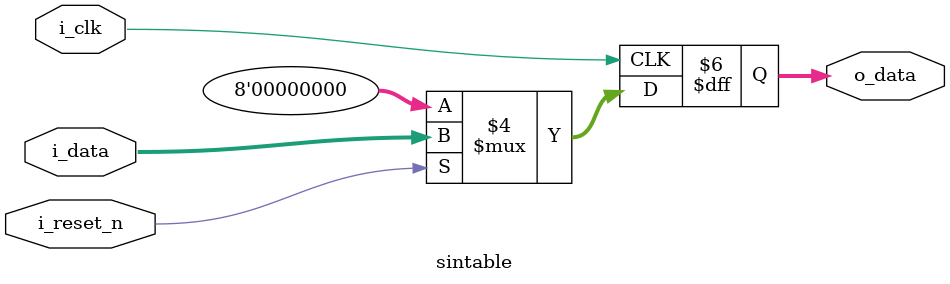
<source format=v>

`default_nettype none
`timescale 1ps/1ps

module sintable(
    input   wire    [0:0]   i_clk,
    input   wire    [0:0]   i_reset_n,
    input   wire    [7:0]   i_data,
    output  reg     [7:0]   o_data
);

always @(posedge i_clk) begin
    if(!i_reset_n) begin
        o_data <= 8'h00;
    end else begin
        o_data <= i_data;
    end
end

endmodule

</source>
